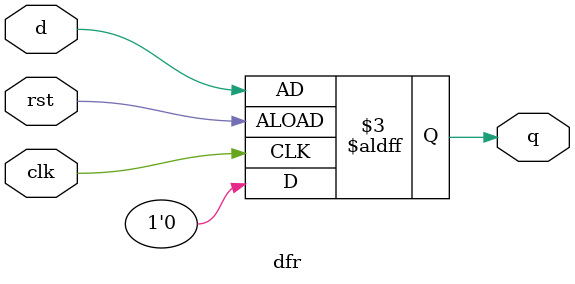
<source format=v>
module dfr(
    input d,rst,clk,
    output reg q
    );
always @(posedge clk,posedge rst)
begin
if(!rst)
q<=0;
else
q<=d;
end
endmodule

</source>
